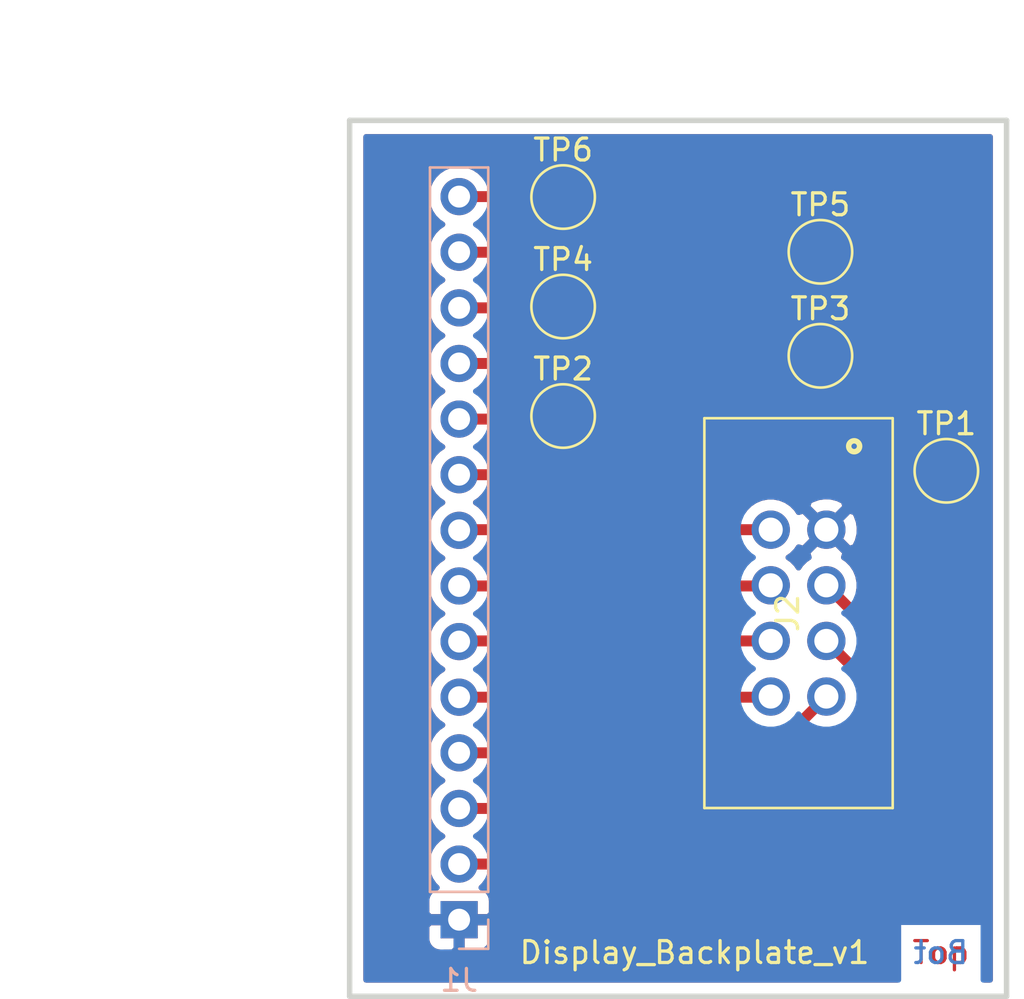
<source format=kicad_pcb>
(kicad_pcb (version 20171130) (host pcbnew "(5.1.6)-1")

  (general
    (thickness 1.6)
    (drawings 9)
    (tracks 39)
    (zones 0)
    (modules 8)
    (nets 15)
  )

  (page A4)
  (layers
    (0 F.Cu signal)
    (31 B.Cu signal)
    (32 B.Adhes user)
    (33 F.Adhes user)
    (34 B.Paste user)
    (35 F.Paste user)
    (36 B.SilkS user)
    (37 F.SilkS user)
    (38 B.Mask user)
    (39 F.Mask user)
    (40 Dwgs.User user)
    (41 Cmts.User user)
    (42 Eco1.User user)
    (43 Eco2.User user)
    (44 Edge.Cuts user)
    (45 Margin user)
    (46 B.CrtYd user)
    (47 F.CrtYd user)
    (48 B.Fab user)
    (49 F.Fab user)
  )

  (setup
    (last_trace_width 0.5)
    (trace_clearance 0.5)
    (zone_clearance 0.508)
    (zone_45_only no)
    (trace_min 0.5)
    (via_size 1.4)
    (via_drill 0.8)
    (via_min_size 1.2)
    (via_min_drill 0.8)
    (uvia_size 0.3)
    (uvia_drill 0.1)
    (uvias_allowed no)
    (uvia_min_size 0.2)
    (uvia_min_drill 0.1)
    (edge_width 0.05)
    (segment_width 0.2)
    (pcb_text_width 0.3)
    (pcb_text_size 1.5 1.5)
    (mod_edge_width 0.12)
    (mod_text_size 1 1)
    (mod_text_width 0.15)
    (pad_size 1.524 1.524)
    (pad_drill 0.762)
    (pad_to_mask_clearance 0.05)
    (aux_axis_origin 153 123)
    (grid_origin 153 123)
    (visible_elements 7FFFFFFF)
    (pcbplotparams
      (layerselection 0x010fc_ffffffff)
      (usegerberextensions false)
      (usegerberattributes true)
      (usegerberadvancedattributes true)
      (creategerberjobfile true)
      (excludeedgelayer true)
      (linewidth 0.100000)
      (plotframeref false)
      (viasonmask false)
      (mode 1)
      (useauxorigin false)
      (hpglpennumber 1)
      (hpglpenspeed 20)
      (hpglpendiameter 15.000000)
      (psnegative false)
      (psa4output false)
      (plotreference true)
      (plotvalue true)
      (plotinvisibletext false)
      (padsonsilk false)
      (subtractmaskfromsilk false)
      (outputformat 1)
      (mirror false)
      (drillshape 1)
      (scaleselection 1)
      (outputdirectory ""))
  )

  (net 0 "")
  (net 1 "Net-(J1-Pad14)")
  (net 2 "Net-(J1-Pad13)")
  (net 3 "Net-(J1-Pad12)")
  (net 4 "Net-(J1-Pad11)")
  (net 5 "Net-(J1-Pad10)")
  (net 6 "Net-(J1-Pad9)")
  (net 7 "Net-(J1-Pad8)")
  (net 8 "Net-(J1-Pad7)")
  (net 9 "Net-(J1-Pad6)")
  (net 10 "Net-(J1-Pad5)")
  (net 11 "Net-(J1-Pad4)")
  (net 12 "Net-(J1-Pad3)")
  (net 13 "Net-(J1-Pad2)")
  (net 14 GND)

  (net_class Default "This is the default net class."
    (clearance 0.5)
    (trace_width 0.5)
    (via_dia 1.4)
    (via_drill 0.8)
    (uvia_dia 0.3)
    (uvia_drill 0.1)
    (diff_pair_width 0.5)
    (diff_pair_gap 0.25)
    (add_net GND)
    (add_net "Net-(J1-Pad10)")
    (add_net "Net-(J1-Pad11)")
    (add_net "Net-(J1-Pad12)")
    (add_net "Net-(J1-Pad13)")
    (add_net "Net-(J1-Pad14)")
    (add_net "Net-(J1-Pad2)")
    (add_net "Net-(J1-Pad3)")
    (add_net "Net-(J1-Pad4)")
    (add_net "Net-(J1-Pad5)")
    (add_net "Net-(J1-Pad6)")
    (add_net "Net-(J1-Pad7)")
    (add_net "Net-(J1-Pad8)")
    (add_net "Net-(J1-Pad9)")
  )

  (module Eigene:Muekra_8pol_Pfostenstecker (layer F.Cu) (tedit 61446FA2) (tstamp 614465A2)
    (at 173.5 105.5 270)
    (descr "Pfostenstecker, 8-polig, THT")
    (path /61449213)
    (fp_text reference J2 (at 0 0.5 90) (layer F.SilkS)
      (effects (font (size 1 1) (thickness 0.15)))
    )
    (fp_text value Conn_02x04_Counter_Clockwise (at 0 -0.5 90) (layer F.Fab)
      (effects (font (size 1 1) (thickness 0.15)))
    )
    (fp_line (start 8.9 -4.3) (end -8.9 -4.3) (layer F.SilkS) (width 0.12))
    (fp_line (start 8.9 4.3) (end 8.9 -4.3) (layer F.SilkS) (width 0.12))
    (fp_line (start -8.9 4.3) (end 8.9 4.3) (layer F.SilkS) (width 0.12))
    (fp_line (start -8.9 -4.3) (end -8.9 4.3) (layer F.SilkS) (width 0.12))
    (fp_circle (center -7.62 -2.54) (end -7.37 -2.54) (layer F.SilkS) (width 0.25))
    (pad 8 thru_hole circle (at -3.81 1.27 270) (size 1.75 1.75) (drill 1.1) (layers *.Cu *.Mask)
      (net 7 "Net-(J1-Pad8)"))
    (pad 7 thru_hole circle (at -1.27 1.27 270) (size 1.75 1.75) (drill 1.1) (layers *.Cu *.Mask)
      (net 8 "Net-(J1-Pad7)"))
    (pad 6 thru_hole circle (at 1.27 1.27 270) (size 1.75 1.75) (drill 1.1) (layers *.Cu *.Mask)
      (net 9 "Net-(J1-Pad6)"))
    (pad 5 thru_hole circle (at 3.81 1.27 270) (size 1.75 1.75) (drill 1.1) (layers *.Cu *.Mask)
      (net 10 "Net-(J1-Pad5)"))
    (pad 4 thru_hole circle (at 3.81 -1.27 270) (size 1.75 1.75) (drill 1.1) (layers *.Cu *.Mask)
      (net 11 "Net-(J1-Pad4)"))
    (pad 3 thru_hole circle (at 1.27 -1.27 270) (size 1.75 1.75) (drill 1.1) (layers *.Cu *.Mask)
      (net 12 "Net-(J1-Pad3)"))
    (pad 2 thru_hole circle (at -1.27 -1.27 270) (size 1.75 1.75) (drill 1.1) (layers *.Cu *.Mask)
      (net 13 "Net-(J1-Pad2)"))
    (pad 1 thru_hole circle (at -3.81 -1.27 270) (size 1.75 1.75) (drill 1.1) (layers *.Cu *.Mask)
      (net 14 GND))
  )

  (module TestPoint:TestPoint_Pad_D2.5mm (layer F.Cu) (tedit 5A0F774F) (tstamp 614471F3)
    (at 162.75 86.5)
    (descr "SMD pad as test Point, diameter 2.5mm")
    (tags "test point SMD pad")
    (path /6144905D)
    (attr virtual)
    (fp_text reference TP6 (at 0 -2.148) (layer F.SilkS)
      (effects (font (size 1 1) (thickness 0.15)))
    )
    (fp_text value TestPoint (at 0 2.25) (layer F.Fab)
      (effects (font (size 1 1) (thickness 0.15)))
    )
    (fp_text user %R (at 0 -2.15) (layer F.Fab)
      (effects (font (size 1 1) (thickness 0.15)))
    )
    (fp_circle (center 0 0) (end 1.75 0) (layer F.CrtYd) (width 0.05))
    (fp_circle (center 0 0) (end 0 1.45) (layer F.SilkS) (width 0.12))
    (pad 1 smd circle (at 0 0) (size 2.5 2.5) (layers F.Cu F.Mask)
      (net 1 "Net-(J1-Pad14)"))
  )

  (module TestPoint:TestPoint_Pad_D2.5mm (layer F.Cu) (tedit 5A0F774F) (tstamp 614471EB)
    (at 174.5 89)
    (descr "SMD pad as test Point, diameter 2.5mm")
    (tags "test point SMD pad")
    (path /61448C31)
    (attr virtual)
    (fp_text reference TP5 (at 0 -2.148) (layer F.SilkS)
      (effects (font (size 1 1) (thickness 0.15)))
    )
    (fp_text value TestPoint (at 0 2.25) (layer F.Fab)
      (effects (font (size 1 1) (thickness 0.15)))
    )
    (fp_text user %R (at 0 -2.15) (layer F.Fab)
      (effects (font (size 1 1) (thickness 0.15)))
    )
    (fp_circle (center 0 0) (end 1.75 0) (layer F.CrtYd) (width 0.05))
    (fp_circle (center 0 0) (end 0 1.45) (layer F.SilkS) (width 0.12))
    (pad 1 smd circle (at 0 0) (size 2.5 2.5) (layers F.Cu F.Mask)
      (net 2 "Net-(J1-Pad13)"))
  )

  (module TestPoint:TestPoint_Pad_D2.5mm (layer F.Cu) (tedit 5A0F774F) (tstamp 614471E3)
    (at 162.75 91.5)
    (descr "SMD pad as test Point, diameter 2.5mm")
    (tags "test point SMD pad")
    (path /614488E5)
    (attr virtual)
    (fp_text reference TP4 (at 0 -2.148) (layer F.SilkS)
      (effects (font (size 1 1) (thickness 0.15)))
    )
    (fp_text value TestPoint (at 0 2.25) (layer F.Fab)
      (effects (font (size 1 1) (thickness 0.15)))
    )
    (fp_text user %R (at 0 -2.15) (layer F.Fab)
      (effects (font (size 1 1) (thickness 0.15)))
    )
    (fp_circle (center 0 0) (end 1.75 0) (layer F.CrtYd) (width 0.05))
    (fp_circle (center 0 0) (end 0 1.45) (layer F.SilkS) (width 0.12))
    (pad 1 smd circle (at 0 0) (size 2.5 2.5) (layers F.Cu F.Mask)
      (net 3 "Net-(J1-Pad12)"))
  )

  (module TestPoint:TestPoint_Pad_D2.5mm (layer F.Cu) (tedit 5A0F774F) (tstamp 614471DB)
    (at 174.5 93.75)
    (descr "SMD pad as test Point, diameter 2.5mm")
    (tags "test point SMD pad")
    (path /614485A2)
    (attr virtual)
    (fp_text reference TP3 (at 0 -2.148) (layer F.SilkS)
      (effects (font (size 1 1) (thickness 0.15)))
    )
    (fp_text value TestPoint (at 0 2.25) (layer F.Fab)
      (effects (font (size 1 1) (thickness 0.15)))
    )
    (fp_text user %R (at 0 -2.15) (layer F.Fab)
      (effects (font (size 1 1) (thickness 0.15)))
    )
    (fp_circle (center 0 0) (end 1.75 0) (layer F.CrtYd) (width 0.05))
    (fp_circle (center 0 0) (end 0 1.45) (layer F.SilkS) (width 0.12))
    (pad 1 smd circle (at 0 0) (size 2.5 2.5) (layers F.Cu F.Mask)
      (net 4 "Net-(J1-Pad11)"))
  )

  (module TestPoint:TestPoint_Pad_D2.5mm (layer F.Cu) (tedit 5A0F774F) (tstamp 614471D3)
    (at 162.75 96.5)
    (descr "SMD pad as test Point, diameter 2.5mm")
    (tags "test point SMD pad")
    (path /6144815C)
    (attr virtual)
    (fp_text reference TP2 (at 0 -2.148) (layer F.SilkS)
      (effects (font (size 1 1) (thickness 0.15)))
    )
    (fp_text value TestPoint (at 0 2.25) (layer F.Fab)
      (effects (font (size 1 1) (thickness 0.15)))
    )
    (fp_text user %R (at 0 -2.15) (layer F.Fab)
      (effects (font (size 1 1) (thickness 0.15)))
    )
    (fp_circle (center 0 0) (end 1.75 0) (layer F.CrtYd) (width 0.05))
    (fp_circle (center 0 0) (end 0 1.45) (layer F.SilkS) (width 0.12))
    (pad 1 smd circle (at 0 0) (size 2.5 2.5) (layers F.Cu F.Mask)
      (net 5 "Net-(J1-Pad10)"))
  )

  (module TestPoint:TestPoint_Pad_D2.5mm (layer F.Cu) (tedit 5A0F774F) (tstamp 614471CB)
    (at 180.25 99)
    (descr "SMD pad as test Point, diameter 2.5mm")
    (tags "test point SMD pad")
    (path /6144766A)
    (attr virtual)
    (fp_text reference TP1 (at 0 -2.148) (layer F.SilkS)
      (effects (font (size 1 1) (thickness 0.15)))
    )
    (fp_text value TestPoint (at 0 2.25) (layer F.Fab)
      (effects (font (size 1 1) (thickness 0.15)))
    )
    (fp_text user %R (at 0 -2.15) (layer F.Fab)
      (effects (font (size 1 1) (thickness 0.15)))
    )
    (fp_circle (center 0 0) (end 1.75 0) (layer F.CrtYd) (width 0.05))
    (fp_circle (center 0 0) (end 0 1.45) (layer F.SilkS) (width 0.12))
    (pad 1 smd circle (at 0 0) (size 2.5 2.5) (layers F.Cu F.Mask)
      (net 6 "Net-(J1-Pad9)"))
  )

  (module Connector_PinSocket_2.54mm:PinSocket_1x14_P2.54mm_Vertical (layer B.Cu) (tedit 5A19A434) (tstamp 61446592)
    (at 158 119.5)
    (descr "Through hole straight socket strip, 1x14, 2.54mm pitch, single row (from Kicad 4.0.7), script generated")
    (tags "Through hole socket strip THT 1x14 2.54mm single row")
    (path /614462AF)
    (fp_text reference J1 (at 0 2.77) (layer B.SilkS)
      (effects (font (size 1 1) (thickness 0.15)) (justify mirror))
    )
    (fp_text value Conn_01x14 (at 0 -35.79) (layer B.Fab)
      (effects (font (size 1 1) (thickness 0.15)) (justify mirror))
    )
    (fp_line (start -1.8 -34.8) (end -1.8 1.8) (layer B.CrtYd) (width 0.05))
    (fp_line (start 1.75 -34.8) (end -1.8 -34.8) (layer B.CrtYd) (width 0.05))
    (fp_line (start 1.75 1.8) (end 1.75 -34.8) (layer B.CrtYd) (width 0.05))
    (fp_line (start -1.8 1.8) (end 1.75 1.8) (layer B.CrtYd) (width 0.05))
    (fp_line (start 0 1.33) (end 1.33 1.33) (layer B.SilkS) (width 0.12))
    (fp_line (start 1.33 1.33) (end 1.33 0) (layer B.SilkS) (width 0.12))
    (fp_line (start 1.33 -1.27) (end 1.33 -34.35) (layer B.SilkS) (width 0.12))
    (fp_line (start -1.33 -34.35) (end 1.33 -34.35) (layer B.SilkS) (width 0.12))
    (fp_line (start -1.33 -1.27) (end -1.33 -34.35) (layer B.SilkS) (width 0.12))
    (fp_line (start -1.33 -1.27) (end 1.33 -1.27) (layer B.SilkS) (width 0.12))
    (fp_line (start -1.27 -34.29) (end -1.27 1.27) (layer B.Fab) (width 0.1))
    (fp_line (start 1.27 -34.29) (end -1.27 -34.29) (layer B.Fab) (width 0.1))
    (fp_line (start 1.27 0.635) (end 1.27 -34.29) (layer B.Fab) (width 0.1))
    (fp_line (start 0.635 1.27) (end 1.27 0.635) (layer B.Fab) (width 0.1))
    (fp_line (start -1.27 1.27) (end 0.635 1.27) (layer B.Fab) (width 0.1))
    (fp_text user %R (at 0 -16.51 -90) (layer B.Fab)
      (effects (font (size 1 1) (thickness 0.15)) (justify mirror))
    )
    (pad 14 thru_hole oval (at 0 -33.02) (size 1.7 1.7) (drill 1) (layers *.Cu *.Mask)
      (net 1 "Net-(J1-Pad14)"))
    (pad 13 thru_hole oval (at 0 -30.48) (size 1.7 1.7) (drill 1) (layers *.Cu *.Mask)
      (net 2 "Net-(J1-Pad13)"))
    (pad 12 thru_hole oval (at 0 -27.94) (size 1.7 1.7) (drill 1) (layers *.Cu *.Mask)
      (net 3 "Net-(J1-Pad12)"))
    (pad 11 thru_hole oval (at 0 -25.4) (size 1.7 1.7) (drill 1) (layers *.Cu *.Mask)
      (net 4 "Net-(J1-Pad11)"))
    (pad 10 thru_hole oval (at 0 -22.86) (size 1.7 1.7) (drill 1) (layers *.Cu *.Mask)
      (net 5 "Net-(J1-Pad10)"))
    (pad 9 thru_hole oval (at 0 -20.32) (size 1.7 1.7) (drill 1) (layers *.Cu *.Mask)
      (net 6 "Net-(J1-Pad9)"))
    (pad 8 thru_hole oval (at 0 -17.78) (size 1.7 1.7) (drill 1) (layers *.Cu *.Mask)
      (net 7 "Net-(J1-Pad8)"))
    (pad 7 thru_hole oval (at 0 -15.24) (size 1.7 1.7) (drill 1) (layers *.Cu *.Mask)
      (net 8 "Net-(J1-Pad7)"))
    (pad 6 thru_hole oval (at 0 -12.7) (size 1.7 1.7) (drill 1) (layers *.Cu *.Mask)
      (net 9 "Net-(J1-Pad6)"))
    (pad 5 thru_hole oval (at 0 -10.16) (size 1.7 1.7) (drill 1) (layers *.Cu *.Mask)
      (net 10 "Net-(J1-Pad5)"))
    (pad 4 thru_hole oval (at 0 -7.62) (size 1.7 1.7) (drill 1) (layers *.Cu *.Mask)
      (net 11 "Net-(J1-Pad4)"))
    (pad 3 thru_hole oval (at 0 -5.08) (size 1.7 1.7) (drill 1) (layers *.Cu *.Mask)
      (net 12 "Net-(J1-Pad3)"))
    (pad 2 thru_hole oval (at 0 -2.54) (size 1.7 1.7) (drill 1) (layers *.Cu *.Mask)
      (net 13 "Net-(J1-Pad2)"))
    (pad 1 thru_hole rect (at 0 0) (size 1.7 1.7) (drill 1) (layers *.Cu *.Mask)
      (net 14 GND))
    (model ${KISYS3DMOD}/Connector_PinSocket_2.54mm.3dshapes/PinSocket_1x14_P2.54mm_Vertical.wrl
      (at (xyz 0 0 0))
      (scale (xyz 1 1 1))
      (rotate (xyz 0 0 0))
    )
  )

  (gr_text Bot (at 180 121) (layer B.Cu)
    (effects (font (size 1 1) (thickness 0.15)) (justify mirror))
  )
  (gr_text Top (at 180 121) (layer F.Cu)
    (effects (font (size 1 1) (thickness 0.15)))
  )
  (gr_text Display_Backplate_v1 (at 168.75 121) (layer F.SilkS)
    (effects (font (size 1 1) (thickness 0.15)))
  )
  (dimension 30 (width 0.15) (layer Dwgs.User)
    (gr_text "30,000 mm" (at 168 78.2) (layer Dwgs.User)
      (effects (font (size 1 1) (thickness 0.15)))
    )
    (feature1 (pts (xy 183 83) (xy 183 78.913579)))
    (feature2 (pts (xy 153 83) (xy 153 78.913579)))
    (crossbar (pts (xy 153 79.5) (xy 183 79.5)))
    (arrow1a (pts (xy 183 79.5) (xy 181.873496 80.086421)))
    (arrow1b (pts (xy 183 79.5) (xy 181.873496 78.913579)))
    (arrow2a (pts (xy 153 79.5) (xy 154.126504 80.086421)))
    (arrow2b (pts (xy 153 79.5) (xy 154.126504 78.913579)))
  )
  (gr_line (start 183 123) (end 183 83) (layer Edge.Cuts) (width 0.25) (tstamp 61446959))
  (dimension 40 (width 0.15) (layer Dwgs.User)
    (gr_text "40,000 mm" (at 140.7 103 90) (layer Dwgs.User)
      (effects (font (size 1 1) (thickness 0.15)))
    )
    (feature1 (pts (xy 153 83) (xy 141.413579 83)))
    (feature2 (pts (xy 153 123) (xy 141.413579 123)))
    (crossbar (pts (xy 142 123) (xy 142 83)))
    (arrow1a (pts (xy 142 83) (xy 142.586421 84.126504)))
    (arrow1b (pts (xy 142 83) (xy 141.413579 84.126504)))
    (arrow2a (pts (xy 142 123) (xy 142.586421 121.873496)))
    (arrow2b (pts (xy 142 123) (xy 141.413579 121.873496)))
  )
  (gr_line (start 183 123) (end 153 123) (layer Edge.Cuts) (width 0.25) (tstamp 6144670C))
  (gr_line (start 153 83) (end 183 83) (layer Edge.Cuts) (width 0.25))
  (gr_line (start 153 123) (end 153 83) (layer Edge.Cuts) (width 0.25))

  (segment (start 162.75 86.5) (end 160.75 86.5) (width 0.5) (layer F.Cu) (net 1))
  (segment (start 160.73 86.48) (end 158 86.48) (width 0.5) (layer F.Cu) (net 1))
  (segment (start 160.75 86.5) (end 160.73 86.48) (width 0.5) (layer F.Cu) (net 1))
  (segment (start 158 89.02) (end 165.48 89.02) (width 0.5) (layer F.Cu) (net 2))
  (segment (start 165.5 89) (end 174.5 89) (width 0.5) (layer F.Cu) (net 2))
  (segment (start 165.48 89.02) (end 165.5 89) (width 0.5) (layer F.Cu) (net 2))
  (segment (start 162.75 91.5) (end 160.5 91.5) (width 0.5) (layer F.Cu) (net 3))
  (segment (start 160.44 91.56) (end 158 91.56) (width 0.5) (layer F.Cu) (net 3))
  (segment (start 160.5 91.5) (end 160.44 91.56) (width 0.5) (layer F.Cu) (net 3))
  (segment (start 158 94.1) (end 170.65 94.1) (width 0.5) (layer F.Cu) (net 4))
  (segment (start 171 93.75) (end 174.5 93.75) (width 0.5) (layer F.Cu) (net 4))
  (segment (start 170.65 94.1) (end 171 93.75) (width 0.5) (layer F.Cu) (net 4))
  (segment (start 162.61 96.64) (end 162.75 96.5) (width 0.5) (layer F.Cu) (net 5))
  (segment (start 158 96.64) (end 162.61 96.64) (width 0.5) (layer F.Cu) (net 5))
  (segment (start 158 99.18) (end 169.57 99.18) (width 0.5) (layer F.Cu) (net 6))
  (segment (start 169.75 99) (end 180.25 99) (width 0.5) (layer F.Cu) (net 6))
  (segment (start 169.57 99.18) (end 169.75 99) (width 0.5) (layer F.Cu) (net 6))
  (segment (start 158.03 101.69) (end 158 101.72) (width 0.5) (layer F.Cu) (net 7))
  (segment (start 172.23 101.69) (end 158.03 101.69) (width 0.5) (layer F.Cu) (net 7))
  (segment (start 172.2 104.26) (end 172.23 104.23) (width 0.5) (layer F.Cu) (net 8))
  (segment (start 158 104.26) (end 172.2 104.26) (width 0.5) (layer F.Cu) (net 8))
  (segment (start 158.03 106.77) (end 158 106.8) (width 0.5) (layer F.Cu) (net 9))
  (segment (start 172.23 106.77) (end 158.03 106.77) (width 0.5) (layer F.Cu) (net 9))
  (segment (start 172.2 109.34) (end 172.23 109.31) (width 0.5) (layer F.Cu) (net 10))
  (segment (start 158 109.34) (end 172.2 109.34) (width 0.5) (layer F.Cu) (net 10))
  (segment (start 172.2 111.88) (end 174.77 109.31) (width 0.5) (layer F.Cu) (net 11))
  (segment (start 158 111.88) (end 172.2 111.88) (width 0.5) (layer F.Cu) (net 11))
  (segment (start 172.58 114.42) (end 176.5 110.5) (width 0.5) (layer F.Cu) (net 12))
  (segment (start 158 114.42) (end 172.58 114.42) (width 0.5) (layer F.Cu) (net 12))
  (segment (start 174.77 106.77) (end 176.5 108.5) (width 0.5) (layer F.Cu) (net 12))
  (segment (start 176.5 108.5) (end 176.5 110.5) (width 0.5) (layer F.Cu) (net 12))
  (segment (start 172.79 116.96) (end 178 111.75) (width 0.5) (layer F.Cu) (net 13))
  (segment (start 158 116.96) (end 172.79 116.96) (width 0.5) (layer F.Cu) (net 13))
  (segment (start 178 111.75) (end 178 107.46) (width 0.5) (layer F.Cu) (net 13))
  (segment (start 174.77 104.23) (end 178 107.46) (width 0.5) (layer F.Cu) (net 13))
  (segment (start 180 113) (end 173.5 119.5) (width 0.5) (layer F.Cu) (net 14))
  (segment (start 174.77 101.69) (end 180 106.92) (width 0.5) (layer F.Cu) (net 14))
  (segment (start 180 106.92) (end 180 113) (width 0.5) (layer F.Cu) (net 14))
  (segment (start 173.5 119.5) (end 158 119.5) (width 0.5) (layer F.Cu) (net 14))

  (zone (net 14) (net_name GND) (layer B.Cu) (tstamp 0) (hatch edge 0.508)
    (connect_pads (clearance 0.5))
    (min_thickness 0.254)
    (fill yes (arc_segments 32) (thermal_gap 0.508) (thermal_bridge_width 0.508))
    (polygon
      (pts
        (xy 183 123) (xy 153 123) (xy 153 83) (xy 183 83)
      )
    )
    (filled_polygon
      (pts
        (xy 182.248 122.248) (xy 181.940095 122.248) (xy 181.940095 119.6155) (xy 178.059905 119.6155) (xy 178.059905 122.248)
        (xy 153.752 122.248) (xy 153.752 120.35) (xy 156.511928 120.35) (xy 156.524188 120.474482) (xy 156.560498 120.59418)
        (xy 156.619463 120.704494) (xy 156.698815 120.801185) (xy 156.795506 120.880537) (xy 156.90582 120.939502) (xy 157.025518 120.975812)
        (xy 157.15 120.988072) (xy 157.71425 120.985) (xy 157.873 120.82625) (xy 157.873 119.627) (xy 158.127 119.627)
        (xy 158.127 120.82625) (xy 158.28575 120.985) (xy 158.85 120.988072) (xy 158.974482 120.975812) (xy 159.09418 120.939502)
        (xy 159.204494 120.880537) (xy 159.301185 120.801185) (xy 159.380537 120.704494) (xy 159.439502 120.59418) (xy 159.475812 120.474482)
        (xy 159.488072 120.35) (xy 159.485 119.78575) (xy 159.32625 119.627) (xy 158.127 119.627) (xy 157.873 119.627)
        (xy 156.67375 119.627) (xy 156.515 119.78575) (xy 156.511928 120.35) (xy 153.752 120.35) (xy 153.752 118.65)
        (xy 156.511928 118.65) (xy 156.515 119.21425) (xy 156.67375 119.373) (xy 157.873 119.373) (xy 157.873 119.353)
        (xy 158.127 119.353) (xy 158.127 119.373) (xy 159.32625 119.373) (xy 159.485 119.21425) (xy 159.488072 118.65)
        (xy 159.475812 118.525518) (xy 159.439502 118.40582) (xy 159.380537 118.295506) (xy 159.301185 118.198815) (xy 159.204494 118.119463)
        (xy 159.09418 118.060498) (xy 159.01294 118.035854) (xy 159.147261 117.901533) (xy 159.308901 117.659622) (xy 159.42024 117.390825)
        (xy 159.477 117.105472) (xy 159.477 116.814528) (xy 159.42024 116.529175) (xy 159.308901 116.260378) (xy 159.147261 116.018467)
        (xy 158.941533 115.812739) (xy 158.757841 115.69) (xy 158.941533 115.567261) (xy 159.147261 115.361533) (xy 159.308901 115.119622)
        (xy 159.42024 114.850825) (xy 159.477 114.565472) (xy 159.477 114.274528) (xy 159.42024 113.989175) (xy 159.308901 113.720378)
        (xy 159.147261 113.478467) (xy 158.941533 113.272739) (xy 158.757841 113.15) (xy 158.941533 113.027261) (xy 159.147261 112.821533)
        (xy 159.308901 112.579622) (xy 159.42024 112.310825) (xy 159.477 112.025472) (xy 159.477 111.734528) (xy 159.42024 111.449175)
        (xy 159.308901 111.180378) (xy 159.147261 110.938467) (xy 158.941533 110.732739) (xy 158.757841 110.61) (xy 158.941533 110.487261)
        (xy 159.147261 110.281533) (xy 159.308901 110.039622) (xy 159.42024 109.770825) (xy 159.477 109.485472) (xy 159.477 109.194528)
        (xy 159.42024 108.909175) (xy 159.308901 108.640378) (xy 159.147261 108.398467) (xy 158.941533 108.192739) (xy 158.757841 108.07)
        (xy 158.941533 107.947261) (xy 159.147261 107.741533) (xy 159.308901 107.499622) (xy 159.42024 107.230825) (xy 159.477 106.945472)
        (xy 159.477 106.654528) (xy 159.42024 106.369175) (xy 159.308901 106.100378) (xy 159.147261 105.858467) (xy 158.941533 105.652739)
        (xy 158.757841 105.53) (xy 158.941533 105.407261) (xy 159.147261 105.201533) (xy 159.308901 104.959622) (xy 159.42024 104.690825)
        (xy 159.477 104.405472) (xy 159.477 104.114528) (xy 159.42024 103.829175) (xy 159.308901 103.560378) (xy 159.147261 103.318467)
        (xy 158.941533 103.112739) (xy 158.757841 102.99) (xy 158.941533 102.867261) (xy 159.147261 102.661533) (xy 159.308901 102.419622)
        (xy 159.42024 102.150825) (xy 159.477 101.865472) (xy 159.477 101.574528) (xy 159.470543 101.542066) (xy 170.728 101.542066)
        (xy 170.728 101.837934) (xy 170.785721 102.128117) (xy 170.898944 102.401464) (xy 171.06332 102.647469) (xy 171.272531 102.85668)
        (xy 171.42716 102.96) (xy 171.272531 103.06332) (xy 171.06332 103.272531) (xy 170.898944 103.518536) (xy 170.785721 103.791883)
        (xy 170.728 104.082066) (xy 170.728 104.377934) (xy 170.785721 104.668117) (xy 170.898944 104.941464) (xy 171.06332 105.187469)
        (xy 171.272531 105.39668) (xy 171.42716 105.5) (xy 171.272531 105.60332) (xy 171.06332 105.812531) (xy 170.898944 106.058536)
        (xy 170.785721 106.331883) (xy 170.728 106.622066) (xy 170.728 106.917934) (xy 170.785721 107.208117) (xy 170.898944 107.481464)
        (xy 171.06332 107.727469) (xy 171.272531 107.93668) (xy 171.42716 108.04) (xy 171.272531 108.14332) (xy 171.06332 108.352531)
        (xy 170.898944 108.598536) (xy 170.785721 108.871883) (xy 170.728 109.162066) (xy 170.728 109.457934) (xy 170.785721 109.748117)
        (xy 170.898944 110.021464) (xy 171.06332 110.267469) (xy 171.272531 110.47668) (xy 171.518536 110.641056) (xy 171.791883 110.754279)
        (xy 172.082066 110.812) (xy 172.377934 110.812) (xy 172.668117 110.754279) (xy 172.941464 110.641056) (xy 173.187469 110.47668)
        (xy 173.39668 110.267469) (xy 173.5 110.11284) (xy 173.60332 110.267469) (xy 173.812531 110.47668) (xy 174.058536 110.641056)
        (xy 174.331883 110.754279) (xy 174.622066 110.812) (xy 174.917934 110.812) (xy 175.208117 110.754279) (xy 175.481464 110.641056)
        (xy 175.727469 110.47668) (xy 175.93668 110.267469) (xy 176.101056 110.021464) (xy 176.214279 109.748117) (xy 176.272 109.457934)
        (xy 176.272 109.162066) (xy 176.214279 108.871883) (xy 176.101056 108.598536) (xy 175.93668 108.352531) (xy 175.727469 108.14332)
        (xy 175.57284 108.04) (xy 175.727469 107.93668) (xy 175.93668 107.727469) (xy 176.101056 107.481464) (xy 176.214279 107.208117)
        (xy 176.272 106.917934) (xy 176.272 106.622066) (xy 176.214279 106.331883) (xy 176.101056 106.058536) (xy 175.93668 105.812531)
        (xy 175.727469 105.60332) (xy 175.57284 105.5) (xy 175.727469 105.39668) (xy 175.93668 105.187469) (xy 176.101056 104.941464)
        (xy 176.214279 104.668117) (xy 176.272 104.377934) (xy 176.272 104.082066) (xy 176.214279 103.791883) (xy 176.101056 103.518536)
        (xy 175.93668 103.272531) (xy 175.727469 103.06332) (xy 175.566307 102.955635) (xy 175.636635 102.73624) (xy 174.77 101.869605)
        (xy 173.903365 102.73624) (xy 173.973693 102.955635) (xy 173.812531 103.06332) (xy 173.60332 103.272531) (xy 173.5 103.42716)
        (xy 173.39668 103.272531) (xy 173.187469 103.06332) (xy 173.03284 102.96) (xy 173.187469 102.85668) (xy 173.39668 102.647469)
        (xy 173.504365 102.486307) (xy 173.72376 102.556635) (xy 174.590395 101.69) (xy 174.949605 101.69) (xy 175.81624 102.556635)
        (xy 176.067868 102.475975) (xy 176.196267 102.207671) (xy 176.269855 101.919474) (xy 176.285804 101.622457) (xy 176.243501 101.328037)
        (xy 176.144572 101.047526) (xy 176.067868 100.904025) (xy 175.81624 100.823365) (xy 174.949605 101.69) (xy 174.590395 101.69)
        (xy 173.72376 100.823365) (xy 173.504365 100.893693) (xy 173.39668 100.732531) (xy 173.307909 100.64376) (xy 173.903365 100.64376)
        (xy 174.77 101.510395) (xy 175.636635 100.64376) (xy 175.555975 100.392132) (xy 175.287671 100.263733) (xy 174.999474 100.190145)
        (xy 174.702457 100.174196) (xy 174.408037 100.216499) (xy 174.127526 100.315428) (xy 173.984025 100.392132) (xy 173.903365 100.64376)
        (xy 173.307909 100.64376) (xy 173.187469 100.52332) (xy 172.941464 100.358944) (xy 172.668117 100.245721) (xy 172.377934 100.188)
        (xy 172.082066 100.188) (xy 171.791883 100.245721) (xy 171.518536 100.358944) (xy 171.272531 100.52332) (xy 171.06332 100.732531)
        (xy 170.898944 100.978536) (xy 170.785721 101.251883) (xy 170.728 101.542066) (xy 159.470543 101.542066) (xy 159.42024 101.289175)
        (xy 159.308901 101.020378) (xy 159.147261 100.778467) (xy 158.941533 100.572739) (xy 158.757841 100.45) (xy 158.941533 100.327261)
        (xy 159.147261 100.121533) (xy 159.308901 99.879622) (xy 159.42024 99.610825) (xy 159.477 99.325472) (xy 159.477 99.034528)
        (xy 159.42024 98.749175) (xy 159.308901 98.480378) (xy 159.147261 98.238467) (xy 158.941533 98.032739) (xy 158.757841 97.91)
        (xy 158.941533 97.787261) (xy 159.147261 97.581533) (xy 159.308901 97.339622) (xy 159.42024 97.070825) (xy 159.477 96.785472)
        (xy 159.477 96.494528) (xy 159.42024 96.209175) (xy 159.308901 95.940378) (xy 159.147261 95.698467) (xy 158.941533 95.492739)
        (xy 158.757841 95.37) (xy 158.941533 95.247261) (xy 159.147261 95.041533) (xy 159.308901 94.799622) (xy 159.42024 94.530825)
        (xy 159.477 94.245472) (xy 159.477 93.954528) (xy 159.42024 93.669175) (xy 159.308901 93.400378) (xy 159.147261 93.158467)
        (xy 158.941533 92.952739) (xy 158.757841 92.83) (xy 158.941533 92.707261) (xy 159.147261 92.501533) (xy 159.308901 92.259622)
        (xy 159.42024 91.990825) (xy 159.477 91.705472) (xy 159.477 91.414528) (xy 159.42024 91.129175) (xy 159.308901 90.860378)
        (xy 159.147261 90.618467) (xy 158.941533 90.412739) (xy 158.757841 90.29) (xy 158.941533 90.167261) (xy 159.147261 89.961533)
        (xy 159.308901 89.719622) (xy 159.42024 89.450825) (xy 159.477 89.165472) (xy 159.477 88.874528) (xy 159.42024 88.589175)
        (xy 159.308901 88.320378) (xy 159.147261 88.078467) (xy 158.941533 87.872739) (xy 158.757841 87.75) (xy 158.941533 87.627261)
        (xy 159.147261 87.421533) (xy 159.308901 87.179622) (xy 159.42024 86.910825) (xy 159.477 86.625472) (xy 159.477 86.334528)
        (xy 159.42024 86.049175) (xy 159.308901 85.780378) (xy 159.147261 85.538467) (xy 158.941533 85.332739) (xy 158.699622 85.171099)
        (xy 158.430825 85.05976) (xy 158.145472 85.003) (xy 157.854528 85.003) (xy 157.569175 85.05976) (xy 157.300378 85.171099)
        (xy 157.058467 85.332739) (xy 156.852739 85.538467) (xy 156.691099 85.780378) (xy 156.57976 86.049175) (xy 156.523 86.334528)
        (xy 156.523 86.625472) (xy 156.57976 86.910825) (xy 156.691099 87.179622) (xy 156.852739 87.421533) (xy 157.058467 87.627261)
        (xy 157.242159 87.75) (xy 157.058467 87.872739) (xy 156.852739 88.078467) (xy 156.691099 88.320378) (xy 156.57976 88.589175)
        (xy 156.523 88.874528) (xy 156.523 89.165472) (xy 156.57976 89.450825) (xy 156.691099 89.719622) (xy 156.852739 89.961533)
        (xy 157.058467 90.167261) (xy 157.242159 90.29) (xy 157.058467 90.412739) (xy 156.852739 90.618467) (xy 156.691099 90.860378)
        (xy 156.57976 91.129175) (xy 156.523 91.414528) (xy 156.523 91.705472) (xy 156.57976 91.990825) (xy 156.691099 92.259622)
        (xy 156.852739 92.501533) (xy 157.058467 92.707261) (xy 157.242159 92.83) (xy 157.058467 92.952739) (xy 156.852739 93.158467)
        (xy 156.691099 93.400378) (xy 156.57976 93.669175) (xy 156.523 93.954528) (xy 156.523 94.245472) (xy 156.57976 94.530825)
        (xy 156.691099 94.799622) (xy 156.852739 95.041533) (xy 157.058467 95.247261) (xy 157.242159 95.37) (xy 157.058467 95.492739)
        (xy 156.852739 95.698467) (xy 156.691099 95.940378) (xy 156.57976 96.209175) (xy 156.523 96.494528) (xy 156.523 96.785472)
        (xy 156.57976 97.070825) (xy 156.691099 97.339622) (xy 156.852739 97.581533) (xy 157.058467 97.787261) (xy 157.242159 97.91)
        (xy 157.058467 98.032739) (xy 156.852739 98.238467) (xy 156.691099 98.480378) (xy 156.57976 98.749175) (xy 156.523 99.034528)
        (xy 156.523 99.325472) (xy 156.57976 99.610825) (xy 156.691099 99.879622) (xy 156.852739 100.121533) (xy 157.058467 100.327261)
        (xy 157.242159 100.45) (xy 157.058467 100.572739) (xy 156.852739 100.778467) (xy 156.691099 101.020378) (xy 156.57976 101.289175)
        (xy 156.523 101.574528) (xy 156.523 101.865472) (xy 156.57976 102.150825) (xy 156.691099 102.419622) (xy 156.852739 102.661533)
        (xy 157.058467 102.867261) (xy 157.242159 102.99) (xy 157.058467 103.112739) (xy 156.852739 103.318467) (xy 156.691099 103.560378)
        (xy 156.57976 103.829175) (xy 156.523 104.114528) (xy 156.523 104.405472) (xy 156.57976 104.690825) (xy 156.691099 104.959622)
        (xy 156.852739 105.201533) (xy 157.058467 105.407261) (xy 157.242159 105.53) (xy 157.058467 105.652739) (xy 156.852739 105.858467)
        (xy 156.691099 106.100378) (xy 156.57976 106.369175) (xy 156.523 106.654528) (xy 156.523 106.945472) (xy 156.57976 107.230825)
        (xy 156.691099 107.499622) (xy 156.852739 107.741533) (xy 157.058467 107.947261) (xy 157.242159 108.07) (xy 157.058467 108.192739)
        (xy 156.852739 108.398467) (xy 156.691099 108.640378) (xy 156.57976 108.909175) (xy 156.523 109.194528) (xy 156.523 109.485472)
        (xy 156.57976 109.770825) (xy 156.691099 110.039622) (xy 156.852739 110.281533) (xy 157.058467 110.487261) (xy 157.242159 110.61)
        (xy 157.058467 110.732739) (xy 156.852739 110.938467) (xy 156.691099 111.180378) (xy 156.57976 111.449175) (xy 156.523 111.734528)
        (xy 156.523 112.025472) (xy 156.57976 112.310825) (xy 156.691099 112.579622) (xy 156.852739 112.821533) (xy 157.058467 113.027261)
        (xy 157.242159 113.15) (xy 157.058467 113.272739) (xy 156.852739 113.478467) (xy 156.691099 113.720378) (xy 156.57976 113.989175)
        (xy 156.523 114.274528) (xy 156.523 114.565472) (xy 156.57976 114.850825) (xy 156.691099 115.119622) (xy 156.852739 115.361533)
        (xy 157.058467 115.567261) (xy 157.242159 115.69) (xy 157.058467 115.812739) (xy 156.852739 116.018467) (xy 156.691099 116.260378)
        (xy 156.57976 116.529175) (xy 156.523 116.814528) (xy 156.523 117.105472) (xy 156.57976 117.390825) (xy 156.691099 117.659622)
        (xy 156.852739 117.901533) (xy 156.98706 118.035854) (xy 156.90582 118.060498) (xy 156.795506 118.119463) (xy 156.698815 118.198815)
        (xy 156.619463 118.295506) (xy 156.560498 118.40582) (xy 156.524188 118.525518) (xy 156.511928 118.65) (xy 153.752 118.65)
        (xy 153.752 83.752) (xy 182.248001 83.752)
      )
    )
  )
  (zone (net 14) (net_name GND) (layer F.Cu) (tstamp 0) (hatch edge 0.508)
    (connect_pads (clearance 0.5))
    (min_thickness 0.254)
    (fill yes (arc_segments 32) (thermal_gap 0.508) (thermal_bridge_width 0.508))
    (polygon
      (pts
        (xy 183 123) (xy 153 123) (xy 153 83) (xy 183 83)
      )
    )
    (filled_polygon
      (pts
        (xy 182.248 122.248) (xy 181.987715 122.248) (xy 181.987715 119.6155) (xy 178.012286 119.6155) (xy 178.012286 122.248)
        (xy 153.752 122.248) (xy 153.752 120.35) (xy 156.511928 120.35) (xy 156.524188 120.474482) (xy 156.560498 120.59418)
        (xy 156.619463 120.704494) (xy 156.698815 120.801185) (xy 156.795506 120.880537) (xy 156.90582 120.939502) (xy 157.025518 120.975812)
        (xy 157.15 120.988072) (xy 157.71425 120.985) (xy 157.873 120.82625) (xy 157.873 119.627) (xy 158.127 119.627)
        (xy 158.127 120.82625) (xy 158.28575 120.985) (xy 158.85 120.988072) (xy 158.974482 120.975812) (xy 159.09418 120.939502)
        (xy 159.204494 120.880537) (xy 159.301185 120.801185) (xy 159.380537 120.704494) (xy 159.439502 120.59418) (xy 159.475812 120.474482)
        (xy 159.488072 120.35) (xy 159.485 119.78575) (xy 159.32625 119.627) (xy 158.127 119.627) (xy 157.873 119.627)
        (xy 156.67375 119.627) (xy 156.515 119.78575) (xy 156.511928 120.35) (xy 153.752 120.35) (xy 153.752 118.65)
        (xy 156.511928 118.65) (xy 156.515 119.21425) (xy 156.67375 119.373) (xy 157.873 119.373) (xy 157.873 119.353)
        (xy 158.127 119.353) (xy 158.127 119.373) (xy 159.32625 119.373) (xy 159.485 119.21425) (xy 159.488072 118.65)
        (xy 159.475812 118.525518) (xy 159.439502 118.40582) (xy 159.380537 118.295506) (xy 159.301185 118.198815) (xy 159.204494 118.119463)
        (xy 159.09418 118.060498) (xy 159.01294 118.035854) (xy 159.147261 117.901533) (xy 159.190381 117.837) (xy 172.746921 117.837)
        (xy 172.79 117.841243) (xy 172.833079 117.837) (xy 172.961922 117.82431) (xy 173.127237 117.774162) (xy 173.279592 117.692727)
        (xy 173.413133 117.583133) (xy 173.440597 117.549668) (xy 178.589669 112.400596) (xy 178.623133 112.373133) (xy 178.732727 112.239592)
        (xy 178.814162 112.087237) (xy 178.86431 111.921922) (xy 178.877 111.793079) (xy 178.877 111.793078) (xy 178.881243 111.75)
        (xy 178.877 111.706921) (xy 178.877 107.503079) (xy 178.881243 107.46) (xy 178.86431 107.288077) (xy 178.814162 107.122763)
        (xy 178.732726 106.970407) (xy 178.650594 106.870328) (xy 178.650592 106.870326) (xy 178.623133 106.836867) (xy 178.589674 106.809408)
        (xy 176.253119 104.472854) (xy 176.272 104.377934) (xy 176.272 104.082066) (xy 176.214279 103.791883) (xy 176.101056 103.518536)
        (xy 175.93668 103.272531) (xy 175.727469 103.06332) (xy 175.566307 102.955635) (xy 175.636635 102.73624) (xy 174.77 101.869605)
        (xy 173.903365 102.73624) (xy 173.973693 102.955635) (xy 173.812531 103.06332) (xy 173.60332 103.272531) (xy 173.5 103.42716)
        (xy 173.39668 103.272531) (xy 173.187469 103.06332) (xy 173.03284 102.96) (xy 173.187469 102.85668) (xy 173.39668 102.647469)
        (xy 173.504365 102.486307) (xy 173.72376 102.556635) (xy 174.590395 101.69) (xy 174.949605 101.69) (xy 175.81624 102.556635)
        (xy 176.067868 102.475975) (xy 176.196267 102.207671) (xy 176.269855 101.919474) (xy 176.285804 101.622457) (xy 176.243501 101.328037)
        (xy 176.144572 101.047526) (xy 176.067868 100.904025) (xy 175.81624 100.823365) (xy 174.949605 101.69) (xy 174.590395 101.69)
        (xy 173.72376 100.823365) (xy 173.504365 100.893693) (xy 173.39668 100.732531) (xy 173.307909 100.64376) (xy 173.903365 100.64376)
        (xy 174.77 101.510395) (xy 175.636635 100.64376) (xy 175.555975 100.392132) (xy 175.287671 100.263733) (xy 174.999474 100.190145)
        (xy 174.702457 100.174196) (xy 174.408037 100.216499) (xy 174.127526 100.315428) (xy 173.984025 100.392132) (xy 173.903365 100.64376)
        (xy 173.307909 100.64376) (xy 173.187469 100.52332) (xy 172.941464 100.358944) (xy 172.668117 100.245721) (xy 172.377934 100.188)
        (xy 172.082066 100.188) (xy 171.791883 100.245721) (xy 171.518536 100.358944) (xy 171.272531 100.52332) (xy 171.06332 100.732531)
        (xy 171.009552 100.813) (xy 159.170335 100.813) (xy 159.147261 100.778467) (xy 158.941533 100.572739) (xy 158.757841 100.45)
        (xy 158.941533 100.327261) (xy 159.147261 100.121533) (xy 159.190381 100.057) (xy 169.526921 100.057) (xy 169.57 100.061243)
        (xy 169.613079 100.057) (xy 169.741922 100.04431) (xy 169.907237 99.994162) (xy 170.059592 99.912727) (xy 170.103126 99.877)
        (xy 178.581615 99.877) (xy 178.586624 99.889093) (xy 178.792039 100.196518) (xy 179.053482 100.457961) (xy 179.360907 100.663376)
        (xy 179.702499 100.804868) (xy 180.065132 100.877) (xy 180.434868 100.877) (xy 180.797501 100.804868) (xy 181.139093 100.663376)
        (xy 181.446518 100.457961) (xy 181.707961 100.196518) (xy 181.913376 99.889093) (xy 182.054868 99.547501) (xy 182.127 99.184868)
        (xy 182.127 98.815132) (xy 182.054868 98.452499) (xy 181.913376 98.110907) (xy 181.707961 97.803482) (xy 181.446518 97.542039)
        (xy 181.139093 97.336624) (xy 180.797501 97.195132) (xy 180.434868 97.123) (xy 180.065132 97.123) (xy 179.702499 97.195132)
        (xy 179.360907 97.336624) (xy 179.053482 97.542039) (xy 178.792039 97.803482) (xy 178.586624 98.110907) (xy 178.581615 98.123)
        (xy 169.793069 98.123) (xy 169.749999 98.118758) (xy 169.70693 98.123) (xy 169.706921 98.123) (xy 169.578078 98.13569)
        (xy 169.412763 98.185838) (xy 169.260408 98.267273) (xy 169.216874 98.303) (xy 163.302011 98.303) (xy 163.639093 98.163376)
        (xy 163.946518 97.957961) (xy 164.207961 97.696518) (xy 164.413376 97.389093) (xy 164.554868 97.047501) (xy 164.627 96.684868)
        (xy 164.627 96.315132) (xy 164.554868 95.952499) (xy 164.413376 95.610907) (xy 164.207961 95.303482) (xy 163.946518 95.042039)
        (xy 163.84918 94.977) (xy 170.606921 94.977) (xy 170.65 94.981243) (xy 170.693079 94.977) (xy 170.821922 94.96431)
        (xy 170.987237 94.914162) (xy 171.139592 94.832727) (xy 171.273133 94.723133) (xy 171.300597 94.689668) (xy 171.363265 94.627)
        (xy 172.831615 94.627) (xy 172.836624 94.639093) (xy 173.042039 94.946518) (xy 173.303482 95.207961) (xy 173.610907 95.413376)
        (xy 173.952499 95.554868) (xy 174.315132 95.627) (xy 174.684868 95.627) (xy 175.047501 95.554868) (xy 175.389093 95.413376)
        (xy 175.696518 95.207961) (xy 175.957961 94.946518) (xy 176.163376 94.639093) (xy 176.304868 94.297501) (xy 176.377 93.934868)
        (xy 176.377 93.565132) (xy 176.304868 93.202499) (xy 176.163376 92.860907) (xy 175.957961 92.553482) (xy 175.696518 92.292039)
        (xy 175.389093 92.086624) (xy 175.047501 91.945132) (xy 174.684868 91.873) (xy 174.315132 91.873) (xy 173.952499 91.945132)
        (xy 173.610907 92.086624) (xy 173.303482 92.292039) (xy 173.042039 92.553482) (xy 172.836624 92.860907) (xy 172.831615 92.873)
        (xy 171.043079 92.873) (xy 171 92.868757) (xy 170.828077 92.88569) (xy 170.662763 92.935838) (xy 170.510408 93.017273)
        (xy 170.376867 93.126867) (xy 170.349403 93.160332) (xy 170.286735 93.223) (xy 163.495148 93.223) (xy 163.639093 93.163376)
        (xy 163.946518 92.957961) (xy 164.207961 92.696518) (xy 164.413376 92.389093) (xy 164.554868 92.047501) (xy 164.627 91.684868)
        (xy 164.627 91.315132) (xy 164.554868 90.952499) (xy 164.413376 90.610907) (xy 164.207961 90.303482) (xy 163.946518 90.042039)
        (xy 163.729452 89.897) (xy 165.436921 89.897) (xy 165.48 89.901243) (xy 165.523079 89.897) (xy 165.651922 89.88431)
        (xy 165.67602 89.877) (xy 172.831615 89.877) (xy 172.836624 89.889093) (xy 173.042039 90.196518) (xy 173.303482 90.457961)
        (xy 173.610907 90.663376) (xy 173.952499 90.804868) (xy 174.315132 90.877) (xy 174.684868 90.877) (xy 175.047501 90.804868)
        (xy 175.389093 90.663376) (xy 175.696518 90.457961) (xy 175.957961 90.196518) (xy 176.163376 89.889093) (xy 176.304868 89.547501)
        (xy 176.377 89.184868) (xy 176.377 88.815132) (xy 176.304868 88.452499) (xy 176.163376 88.110907) (xy 175.957961 87.803482)
        (xy 175.696518 87.542039) (xy 175.389093 87.336624) (xy 175.047501 87.195132) (xy 174.684868 87.123) (xy 174.315132 87.123)
        (xy 173.952499 87.195132) (xy 173.610907 87.336624) (xy 173.303482 87.542039) (xy 173.042039 87.803482) (xy 172.836624 88.110907)
        (xy 172.831615 88.123) (xy 165.543069 88.123) (xy 165.499999 88.118758) (xy 165.45693 88.123) (xy 165.456921 88.123)
        (xy 165.328078 88.13569) (xy 165.30398 88.143) (xy 163.669588 88.143) (xy 163.946518 87.957961) (xy 164.207961 87.696518)
        (xy 164.413376 87.389093) (xy 164.554868 87.047501) (xy 164.627 86.684868) (xy 164.627 86.315132) (xy 164.554868 85.952499)
        (xy 164.413376 85.610907) (xy 164.207961 85.303482) (xy 163.946518 85.042039) (xy 163.639093 84.836624) (xy 163.297501 84.695132)
        (xy 162.934868 84.623) (xy 162.565132 84.623) (xy 162.202499 84.695132) (xy 161.860907 84.836624) (xy 161.553482 85.042039)
        (xy 161.292039 85.303482) (xy 161.086624 85.610907) (xy 161.081615 85.623) (xy 160.92602 85.623) (xy 160.901922 85.61569)
        (xy 160.773079 85.603) (xy 160.73 85.598757) (xy 160.686921 85.603) (xy 159.190381 85.603) (xy 159.147261 85.538467)
        (xy 158.941533 85.332739) (xy 158.699622 85.171099) (xy 158.430825 85.05976) (xy 158.145472 85.003) (xy 157.854528 85.003)
        (xy 157.569175 85.05976) (xy 157.300378 85.171099) (xy 157.058467 85.332739) (xy 156.852739 85.538467) (xy 156.691099 85.780378)
        (xy 156.57976 86.049175) (xy 156.523 86.334528) (xy 156.523 86.625472) (xy 156.57976 86.910825) (xy 156.691099 87.179622)
        (xy 156.852739 87.421533) (xy 157.058467 87.627261) (xy 157.242159 87.75) (xy 157.058467 87.872739) (xy 156.852739 88.078467)
        (xy 156.691099 88.320378) (xy 156.57976 88.589175) (xy 156.523 88.874528) (xy 156.523 89.165472) (xy 156.57976 89.450825)
        (xy 156.691099 89.719622) (xy 156.852739 89.961533) (xy 157.058467 90.167261) (xy 157.242159 90.29) (xy 157.058467 90.412739)
        (xy 156.852739 90.618467) (xy 156.691099 90.860378) (xy 156.57976 91.129175) (xy 156.523 91.414528) (xy 156.523 91.705472)
        (xy 156.57976 91.990825) (xy 156.691099 92.259622) (xy 156.852739 92.501533) (xy 157.058467 92.707261) (xy 157.242159 92.83)
        (xy 157.058467 92.952739) (xy 156.852739 93.158467) (xy 156.691099 93.400378) (xy 156.57976 93.669175) (xy 156.523 93.954528)
        (xy 156.523 94.245472) (xy 156.57976 94.530825) (xy 156.691099 94.799622) (xy 156.852739 95.041533) (xy 157.058467 95.247261)
        (xy 157.242159 95.37) (xy 157.058467 95.492739) (xy 156.852739 95.698467) (xy 156.691099 95.940378) (xy 156.57976 96.209175)
        (xy 156.523 96.494528) (xy 156.523 96.785472) (xy 156.57976 97.070825) (xy 156.691099 97.339622) (xy 156.852739 97.581533)
        (xy 157.058467 97.787261) (xy 157.242159 97.91) (xy 157.058467 98.032739) (xy 156.852739 98.238467) (xy 156.691099 98.480378)
        (xy 156.57976 98.749175) (xy 156.523 99.034528) (xy 156.523 99.325472) (xy 156.57976 99.610825) (xy 156.691099 99.879622)
        (xy 156.852739 100.121533) (xy 157.058467 100.327261) (xy 157.242159 100.45) (xy 157.058467 100.572739) (xy 156.852739 100.778467)
        (xy 156.691099 101.020378) (xy 156.57976 101.289175) (xy 156.523 101.574528) (xy 156.523 101.865472) (xy 156.57976 102.150825)
        (xy 156.691099 102.419622) (xy 156.852739 102.661533) (xy 157.058467 102.867261) (xy 157.242159 102.99) (xy 157.058467 103.112739)
        (xy 156.852739 103.318467) (xy 156.691099 103.560378) (xy 156.57976 103.829175) (xy 156.523 104.114528) (xy 156.523 104.405472)
        (xy 156.57976 104.690825) (xy 156.691099 104.959622) (xy 156.852739 105.201533) (xy 157.058467 105.407261) (xy 157.242159 105.53)
        (xy 157.058467 105.652739) (xy 156.852739 105.858467) (xy 156.691099 106.100378) (xy 156.57976 106.369175) (xy 156.523 106.654528)
        (xy 156.523 106.945472) (xy 156.57976 107.230825) (xy 156.691099 107.499622) (xy 156.852739 107.741533) (xy 157.058467 107.947261)
        (xy 157.242159 108.07) (xy 157.058467 108.192739) (xy 156.852739 108.398467) (xy 156.691099 108.640378) (xy 156.57976 108.909175)
        (xy 156.523 109.194528) (xy 156.523 109.485472) (xy 156.57976 109.770825) (xy 156.691099 110.039622) (xy 156.852739 110.281533)
        (xy 157.058467 110.487261) (xy 157.242159 110.61) (xy 157.058467 110.732739) (xy 156.852739 110.938467) (xy 156.691099 111.180378)
        (xy 156.57976 111.449175) (xy 156.523 111.734528) (xy 156.523 112.025472) (xy 156.57976 112.310825) (xy 156.691099 112.579622)
        (xy 156.852739 112.821533) (xy 157.058467 113.027261) (xy 157.242159 113.15) (xy 157.058467 113.272739) (xy 156.852739 113.478467)
        (xy 156.691099 113.720378) (xy 156.57976 113.989175) (xy 156.523 114.274528) (xy 156.523 114.565472) (xy 156.57976 114.850825)
        (xy 156.691099 115.119622) (xy 156.852739 115.361533) (xy 157.058467 115.567261) (xy 157.242159 115.69) (xy 157.058467 115.812739)
        (xy 156.852739 116.018467) (xy 156.691099 116.260378) (xy 156.57976 116.529175) (xy 156.523 116.814528) (xy 156.523 117.105472)
        (xy 156.57976 117.390825) (xy 156.691099 117.659622) (xy 156.852739 117.901533) (xy 156.98706 118.035854) (xy 156.90582 118.060498)
        (xy 156.795506 118.119463) (xy 156.698815 118.198815) (xy 156.619463 118.295506) (xy 156.560498 118.40582) (xy 156.524188 118.525518)
        (xy 156.511928 118.65) (xy 153.752 118.65) (xy 153.752 83.752) (xy 182.248001 83.752)
      )
    )
  )
)

</source>
